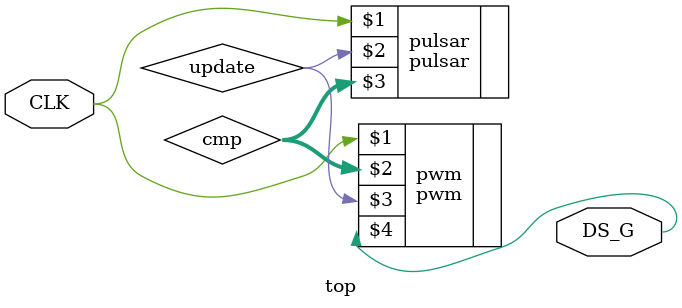
<source format=v>
`include "pulsar.v"
`include "pwm.v"
module top(
    input CLK,
    output DS_G
);

reg q;
wire update;
wire [11:0] cmp;

pulsar pulsar(CLK, update, cmp);
pwm pwm(CLK, cmp, update, DS_G);

endmodule
</source>
